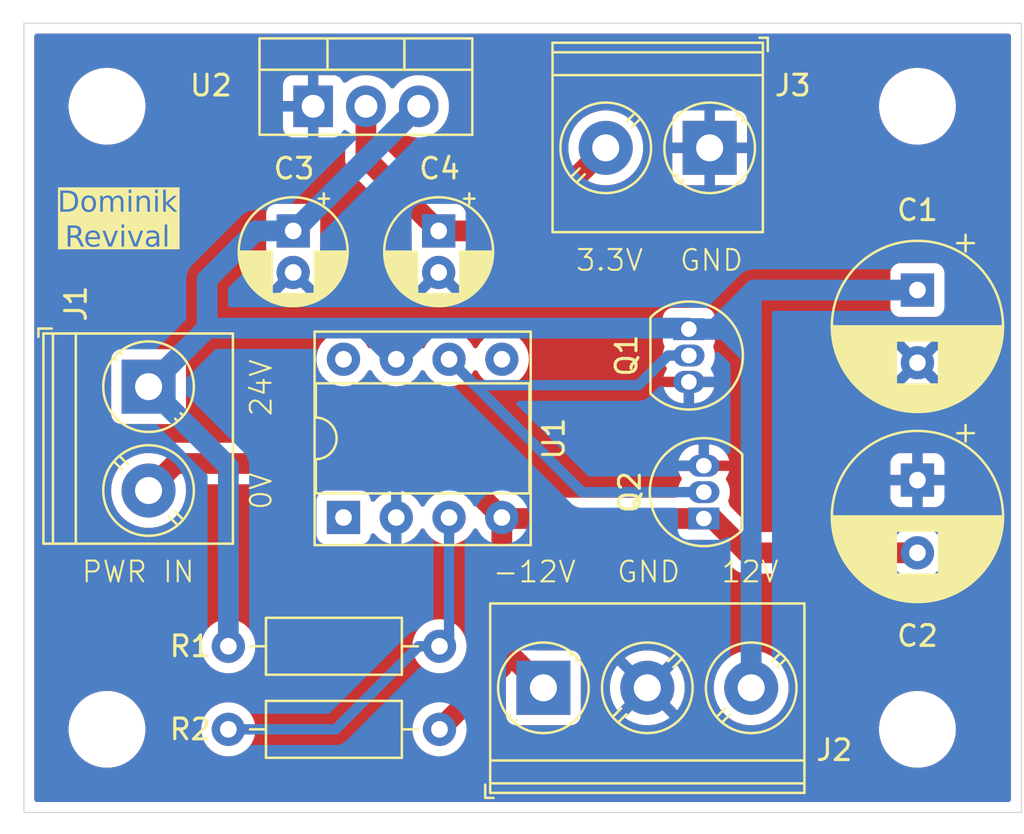
<source format=kicad_pcb>
(kicad_pcb (version 20240108) (generator "pcbnew") (generator_version "8.0")
  (layers (0 "F.Cu" signal) (31 "B.Cu" signal) (34 "B.Paste" user) (35 "F.Paste" user) (36 "B.SilkS" user "B.Silkscreen") (37 "F.SilkS" user "F.Silkscreen") (38 "B.Mask" user) (39 "F.Mask" user) (44 "Edge.Cuts" user))
  (net 0 "")
  (net 1 "GND")
  (net 2 "+12V")
  (net 3 "Net-(Q1-B)")
  (net 4 "Net-(U1-+)")
  (net 8 "-12V")
  (net 9 "+3.3V")
  (footprint "Capacitor_THT:CP_Radial_D5.0mm_P2.00mm" (layer "F.Cu") (at 119.96 67 -90)
    (property "Reference" "C4" (at -3 -0.04 180) (layer "F.SilkS"))
    (property "Value" "10uF")
    (pad "1" thru_hole rect (at 0 0 270) (size 1.6 1.6) (drill 0.8) (layers "*.Cu" "*.Mask") (net 9 "+3.3V"))
    (pad "2" thru_hole circle (at 2 0 270) (size 1.6 1.6) (drill 0.8) (layers "*.Cu" "*.Mask") (net 1 "GND"))
  )
  (footprint "Capacitor_THT:CP_Radial_D8.0mm_P3.50mm" (layer "F.Cu") (at 143 79 -90)
    (property "Reference" "C2" (at 7.5 0 180) (layer "F.SilkS"))
    (property "Value" "330uF")
    (pad "1" thru_hole rect (at 0 0 270) (size 1.6 1.6) (drill 0.8) (layers "*.Cu" "*.Mask") (net 1 "GND"))
    (pad "2" thru_hole circle (at 3.5 0 270) (size 1.6 1.6) (drill 0.8) (layers "*.Cu" "*.Mask") (net 8 "-12V"))
  )
  (footprint "Capacitor_THT:CP_Radial_D8.0mm_P3.50mm" (layer "F.Cu") (at 143 69.847349 -90)
    (property "Reference" "C1" (at -3.847349 0 180) (layer "F.SilkS"))
    (property "Value" "330uF")
    (pad "1" thru_hole rect (at 0 0 270) (size 1.6 1.6) (drill 0.8) (layers "*.Cu" "*.Mask") (net 2 "+12V"))
    (pad "2" thru_hole circle (at 3.5 0 270) (size 1.6 1.6) (drill 0.8) (layers "*.Cu" "*.Mask") (net 1 "GND"))
  )
  (footprint "Package_DIP:DIP-8_W7.62mm_Socket" (layer "F.Cu") (at 115.38 80.8 90)
    (property "Reference" "U1" (at 3.8 10.12 90) (layer "F.SilkS"))
    (property "Value" "LM741")
    (pad "1" thru_hole rect (at 0 0 90) (size 1.6 1.6) (drill 0.8) (layers "*.Cu" "*.Mask"))
    (pad "2" thru_hole oval (at 0 2.54 90) (size 1.6 1.6) (drill 0.8) (layers "*.Cu" "*.Mask") (net 1 "GND"))
    (pad "3" thru_hole oval (at 0 5.08 90) (size 1.6 1.6) (drill 0.8) (layers "*.Cu" "*.Mask") (net 4 "Net-(U1-+)"))
    (pad "4" thru_hole oval (at 0 7.62 90) (size 1.6 1.6) (drill 0.8) (layers "*.Cu" "*.Mask") (net 8 "-12V"))
    (pad "5" thru_hole oval (at 7.62 7.62 90) (size 1.6 1.6) (drill 0.8) (layers "*.Cu" "*.Mask"))
    (pad "6" thru_hole oval (at 7.62 5.08 90) (size 1.6 1.6) (drill 0.8) (layers "*.Cu" "*.Mask") (net 3 "Net-(Q1-B)"))
    (pad "7" thru_hole oval (at 7.62 2.54 90) (size 1.6 1.6) (drill 0.8) (layers "*.Cu" "*.Mask") (net 2 "+12V"))
    (pad "8" thru_hole oval (at 7.62 0 90) (size 1.6 1.6) (drill 0.8) (layers "*.Cu" "*.Mask"))
  )
  (footprint "TerminalBlock_Phoenix:TerminalBlock_Phoenix_PT-1,5-2-5.0-H_1x02_P5.00mm_Horizontal" (layer "F.Cu") (at 106 74.5 -90)
    (property "Reference" "J1" (at -4 3.5 90) (layer "F.SilkS"))
    (property "Value" "Screw_Terminal_01x02")
    (pad "1" thru_hole rect (at 0 0 270) (size 2.6 2.6) (drill 1.3) (layers "*.Cu" "*.Mask") (net 2 "+12V"))
    (pad "2" thru_hole circle (at 5 0 270) (size 2.6 2.6) (drill 1.3) (layers "*.Cu" "*.Mask") (net 8 "-12V"))
  )
  (footprint "Resistor_THT:R_Axial_DIN0207_L6.3mm_D2.5mm_P10.16mm_Horizontal" (layer "F.Cu") (at 109.84 91)
    (property "Reference" "R2" (at -1.84 0 0) (layer "F.SilkS"))
    (property "Value" "10k")
    (pad "1" thru_hole circle (at 0 0) (size 1.6 1.6) (drill 0.8) (layers "*.Cu" "*.Mask") (net 4 "Net-(U1-+)"))
    (pad "2" thru_hole oval (at 10.16 0) (size 1.6 1.6) (drill 0.8) (layers "*.Cu" "*.Mask") (net 8 "-12V"))
  )
  (footprint "MountingHole:MountingHole_3.2mm_M3" (layer "F.Cu") (at 143 91)
    (property "Reference" "H4" (hide yes))
    (property "Value" "MountingHole")
    (pad "" np_thru_hole circle (at 0 0) (size 3.2 3.2) (drill 3.2) (layers "*.Cu" "*.Mask"))
  )
  (footprint "TerminalBlock_Phoenix:TerminalBlock_Phoenix_PT-1,5-2-5.0-H_1x02_P5.00mm_Horizontal" (layer "F.Cu") (at 133 63 180)
    (property "Reference" "J3" (at -4 3 0) (layer "F.SilkS"))
    (property "Value" "Screw_Terminal_01x02")
    (pad "1" thru_hole circle (at 5 0 180) (size 2.6 2.6) (drill 1.3) (layers "*.Cu" "*.Mask") (net 9 "+3.3V"))
    (pad "2" thru_hole rect (at 0 0 180) (size 2.6 2.6) (drill 1.3) (layers "*.Cu" "*.Mask") (net 1 "GND"))
  )
  (footprint "MountingHole:MountingHole_3.2mm_M3" (layer "F.Cu") (at 143 61)
    (property "Reference" "H2" (hide yes))
    (property "Value" "MountingHole")
    (pad "" np_thru_hole circle (at 0 0) (size 3.2 3.2) (drill 3.2) (layers "*.Cu" "*.Mask"))
  )
  (footprint "MountingHole:MountingHole_3.2mm_M3" (layer "F.Cu") (at 104 61)
    (property "Reference" "H1" (hide yes))
    (property "Value" "MountingHole")
    (pad "" np_thru_hole circle (at 0 0) (size 3.2 3.2) (drill 3.2) (layers "*.Cu" "*.Mask"))
  )
  (footprint "Package_TO_SOT_THT:TO-220-3_Vertical" (layer "F.Cu") (at 113.92 61)
    (property "Reference" "U2" (at -4.92 -1 360) (layer "F.SilkS"))
    (property "Value" "LD1086V33-DG")
    (pad "1" thru_hole rect (at 0 0) (size 1.905 2) (drill 1.1) (layers "*.Cu" "*.Mask") (net 1 "GND"))
    (pad "2" thru_hole oval (at 2.54 0) (size 1.905 2) (drill 1.1) (layers "*.Cu" "*.Mask") (net 9 "+3.3V"))
    (pad "3" thru_hole oval (at 5.08 0) (size 1.905 2) (drill 1.1) (layers "*.Cu" "*.Mask") (net 2 "+12V"))
  )
  (footprint "MountingHole:MountingHole_3.2mm_M3" (layer "F.Cu") (at 104 91)
    (property "Reference" "H3" (hide yes))
    (property "Value" "MountingHole")
    (pad "" np_thru_hole circle (at 0 0) (size 3.2 3.2) (drill 3.2) (layers "*.Cu" "*.Mask"))
  )
  (footprint "Resistor_THT:R_Axial_DIN0207_L6.3mm_D2.5mm_P10.16mm_Horizontal" (layer "F.Cu") (at 109.84 87)
    (property "Reference" "R1" (at -1.84 0 0) (layer "F.SilkS"))
    (property "Value" "10k")
    (pad "1" thru_hole circle (at 0 0) (size 1.6 1.6) (drill 0.8) (layers "*.Cu" "*.Mask") (net 2 "+12V"))
    (pad "2" thru_hole oval (at 10.16 0) (size 1.6 1.6) (drill 0.8) (layers "*.Cu" "*.Mask") (net 4 "Net-(U1-+)"))
  )
  (footprint "Package_TO_SOT_THT:TO-92_Inline" (layer "F.Cu") (at 132.72 80.847349 90)
    (property "Reference" "Q2" (at 1.27 -3.56 90) (layer "F.SilkS"))
    (property "Value" "BC327")
    (pad "1" thru_hole rect (at 0 0 90) (size 1.05 1.5) (drill 0.75) (layers "*.Cu" "*.Mask") (net 8 "-12V"))
    (pad "2" thru_hole oval (at 1.27 0 90) (size 1.05 1.5) (drill 0.75) (layers "*.Cu" "*.Mask") (net 3 "Net-(Q1-B)"))
    (pad "3" thru_hole oval (at 2.54 0 90) (size 1.05 1.5) (drill 0.75) (layers "*.Cu" "*.Mask") (net 1 "GND"))
  )
  (footprint "TerminalBlock_Phoenix:TerminalBlock_Phoenix_PT-1,5-3-5.0-H_1x03_P5.00mm_Horizontal" (layer "F.Cu") (at 125 89)
    (property "Reference" "J2" (at 14 3 360) (layer "F.SilkS"))
    (property "Value" "Screw_Terminal_01x03")
    (pad "1" thru_hole circle (at 10 0) (size 2.6 2.6) (drill 1.3) (layers "*.Cu" "*.Mask") (net 2 "+12V"))
    (pad "2" thru_hole circle (at 5 0) (size 2.6 2.6) (drill 1.3) (layers "*.Cu" "*.Mask") (net 1 "GND"))
    (pad "3" thru_hole rect (at 0 0) (size 2.6 2.6) (drill 1.3) (layers "*.Cu" "*.Mask") (net 8 "-12V"))
  )
  (footprint "Package_TO_SOT_THT:TO-92_Inline" (layer "F.Cu") (at 132 71.73 -90)
    (property "Reference" "Q1" (at 1.27 3 90) (layer "F.SilkS"))
    (property "Value" "BC337")
    (pad "1" thru_hole rect (at 0 0 270) (size 1.05 1.5) (drill 0.75) (layers "*.Cu" "*.Mask") (net 2 "+12V"))
    (pad "2" thru_hole oval (at 1.27 0 270) (size 1.05 1.5) (drill 0.75) (layers "*.Cu" "*.Mask") (net 3 "Net-(Q1-B)"))
    (pad "3" thru_hole oval (at 2.54 0 270) (size 1.05 1.5) (drill 0.75) (layers "*.Cu" "*.Mask") (net 1 "GND"))
  )
  (footprint "Capacitor_THT:CP_Radial_D5.0mm_P2.00mm" (layer "F.Cu") (at 112.96 67 -90)
    (property "Reference" "C3" (at -3 -0.04 180) (layer "F.SilkS"))
    (property "Value" "10uF")
    (pad "1" thru_hole rect (at 0 0 270) (size 1.6 1.6) (drill 0.8) (layers "*.Cu" "*.Mask") (net 2 "+12V"))
    (pad "2" thru_hole circle (at 2 0 270) (size 1.6 1.6) (drill 0.8) (layers "*.Cu" "*.Mask") (net 1 "GND"))
  )
  (gr_rect (start 100 57) (end 148 95) (stroke (width 0.05)) (fill none) (layer "Edge.Cuts"))
  (gr_text "Dominik\nRevival" (at 104.5 66.5 0) (layer "F.SilkS" knockout) (effects (font (size 1 1) (thickness 0.1))))
  (gr_text "3.3V" (at 126.5 69 0) (layer "F.SilkS") (effects (font (size 1 1) (thickness 0.1)) (justify left bottom)))
  (gr_text "24V" (at 112 76 90) (layer "F.SilkS") (effects (font (size 1 1) (thickness 0.1)) (justify left bottom)))
  (gr_text "GND" (at 131.5 69 0) (layer "F.SilkS") (effects (font (size 1 1) (thickness 0.1)) (justify left bottom)))
  (gr_text "0V" (at 112 80.5 90) (layer "F.SilkS") (effects (font (size 1 1) (thickness 0.1)) (justify left bottom)))
  (gr_text "12V" (at 133.5 84 0) (layer "F.SilkS") (effects (font (size 1 1) (thickness 0.1)) (justify left bottom)))
  (gr_text "PWR IN" (at 105.5 84 0) (layer "F.SilkS") (effects (font (size 1 1) (thickness 0.1)) (justify bottom)))
  (gr_text "-12V" (at 122.5 84 0) (layer "F.SilkS") (effects (font (size 1 1) (thickness 0.1)) (justify left bottom)))
  (gr_text "GND" (at 128.47619 84 0) (layer "F.SilkS") (effects (font (size 1 1) (thickness 0.1)) (justify left bottom)))
  (segment (start 135 72.98) (end 133.75 71.73) (width 1) (layer "B.Cu") (net 2))
  (segment (start 135 89) (end 135 72.98) (width 1) (layer "B.Cu") (net 2))
  (segment (start 108.82 71.68) (end 108.82 69.34) (width 1) (layer "B.Cu") (net 2))
  (segment (start 133.75 71.73) (end 132 71.73) (width 1) (layer "B.Cu") (net 2))
  (segment (start 132 71.73) (end 133.27 71.73) (width 1) (layer "B.Cu") (net 2))
  (segment (start 108.82 69.34) (end 111.16 67) (width 1) (layer "B.Cu") (net 2))
  (segment (start 109.84 78.34) (end 109.84 87) (width 1) (layer "B.Cu") (net 2))
  (segment (start 117.92 73.18) (end 119.42 71.68) (width 1) (layer "B.Cu") (net 2))
  (segment (start 131.95 71.68) (end 132 71.73) (width 1) (layer "B.Cu") (net 2))
  (segment (start 133.27 71.73) (end 135.152651 69.847349) (width 1) (layer "B.Cu") (net 2))
  (segment (start 135 71) (end 135 70) (width 1) (layer "B.Cu") (net 2))
  (segment (start 116.42 71.68) (end 117.92 73.18) (width 1) (layer "B.Cu") (net 2))
  (segment (start 106 74.5) (end 109.84 78.34) (width 1) (layer "B.Cu") (net 2))
  (segment (start 113 67) (end 119 61) (width 1) (layer "B.Cu") (net 2))
  (segment (start 108.82 71.68) (end 116.42 71.68) (width 1) (layer "B.Cu") (net 2))
  (segment (start 135 72.98) (end 135 71) (width 1) (layer "B.Cu") (net 2))
  (segment (start 134.27 71.73) (end 135 71) (width 1) (layer "B.Cu") (net 2))
  (segment (start 135.152651 69.847349) (end 143 69.847349) (width 1) (layer "B.Cu") (net 2))
  (segment (start 118 71.68) (end 119.42 71.68) (width 1) (layer "B.Cu") (net 2))
  (segment (start 118 71.68) (end 117.92 71.76) (width 1) (layer "B.Cu") (net 2))
  (segment (start 117.92 71.76) (end 117.92 73.18) (width 1) (layer "B.Cu") (net 2))
  (segment (start 112.96 67) (end 113 67) (width 1) (layer "B.Cu") (net 2))
  (segment (start 111.16 67) (end 112.96 67) (width 1) (layer "B.Cu") (net 2))
  (segment (start 106 74.5) (end 108.82 71.68) (width 1) (layer "B.Cu") (net 2))
  (segment (start 135 70) (end 135.152651 69.847349) (width 1) (layer "B.Cu") (net 2))
  (segment (start 116.42 71.68) (end 118 71.68) (width 1) (layer "B.Cu") (net 2))
  (segment (start 119.42 71.68) (end 131.95 71.68) (width 1) (layer "B.Cu") (net 2))
  (segment (start 132 71.73) (end 134.27 71.73) (width 1) (layer "B.Cu") (net 2))
  (segment (start 129.57 74.43) (end 131 73) (width 0.5) (layer "B.Cu") (net 3))
  (segment (start 132.72 79.577349) (end 126.857349 79.577349) (width 0.5) (layer "B.Cu") (net 3))
  (segment (start 131 73) (end 132 73) (width 0.5) (layer "B.Cu") (net 3))
  (segment (start 126.857349 79.577349) (end 120.46 73.18) (width 0.5) (layer "B.Cu") (net 3))
  (segment (start 121.71 74.43) (end 129.57 74.43) (width 0.5) (layer "B.Cu") (net 3))
  (segment (start 120.46 73.18) (end 121.71 74.43) (width 0.5) (layer "B.Cu") (net 3))
  (segment (start 120.46 86.54) (end 120 87) (width 0.5) (layer "B.Cu") (net 4))
  (segment (start 119 87) (end 115 91) (width 0.5) (layer "B.Cu") (net 4))
  (segment (start 120 87) (end 119 87) (width 0.5) (layer "B.Cu") (net 4))
  (segment (start 120.46 80.8) (end 120.46 86.54) (width 0.5) (layer "B.Cu") (net 4))
  (segment (start 115 91) (end 109.84 91) (width 0.5) (layer "B.Cu") (net 4))
  (segment (start 120.4 78.2) (end 123 80.8) (width 1) (layer "F.Cu") (net 8))
  (segment (start 123 87) (end 125 89) (width 1) (layer "F.Cu") (net 8))
  (segment (start 123 88) (end 120 91) (width 1) (layer "F.Cu") (net 8))
  (segment (start 133.152651 80.847349) (end 134.805302 82.5) (width 1) (layer "F.Cu") (net 8))
  (segment (start 106 79.5) (end 107.3 78.2) (width 1) (layer "F.Cu") (net 8))
  (segment (start 107.3 78.2) (end 120.4 78.2) (width 1) (layer "F.Cu") (net 8))
  (segment (start 123 80.8) (end 123.047349 80.847349) (width 1) (layer "F.Cu") (net 8))
  (segment (start 134.805302 82.5) (end 143 82.5) (width 1) (layer "F.Cu") (net 8))
  (segment (start 123.047349 80.847349) (end 132.72 80.847349) (width 1) (layer "F.Cu") (net 8))
  (segment (start 132.72 80.847349) (end 133.152651 80.847349) (width 1) (layer "F.Cu") (net 8))
  (segment (start 123 80.8) (end 123 87) (width 1) (layer "F.Cu") (net 8))
  (segment (start 123 87) (end 123 88) (width 1) (layer "F.Cu") (net 8))
  (segment (start 124 67) (end 128 63) (width 1) (layer "F.Cu") (net 9))
  (segment (start 116.46 63.5) (end 119.96 67) (width 1) (layer "F.Cu") (net 9))
  (segment (start 119.96 67) (end 124 67) (width 1) (layer "F.Cu") (net 9))
  (segment (start 116.46 61) (end 116.46 63.5) (width 1) (layer "F.Cu") (net 9))
  (zone (net 1) (net_name "GND") (layers "F&B.Cu") (connect_pads (clearance 0.5)) (min_thickness 0.25) (fill yes (thermal_gap 0.5) (thermal_bridge_width 0.5))
    (polygon (pts (xy 100 57) (xy 100 95) (xy 148 95) (xy 148 57)))
  )
)
</source>
